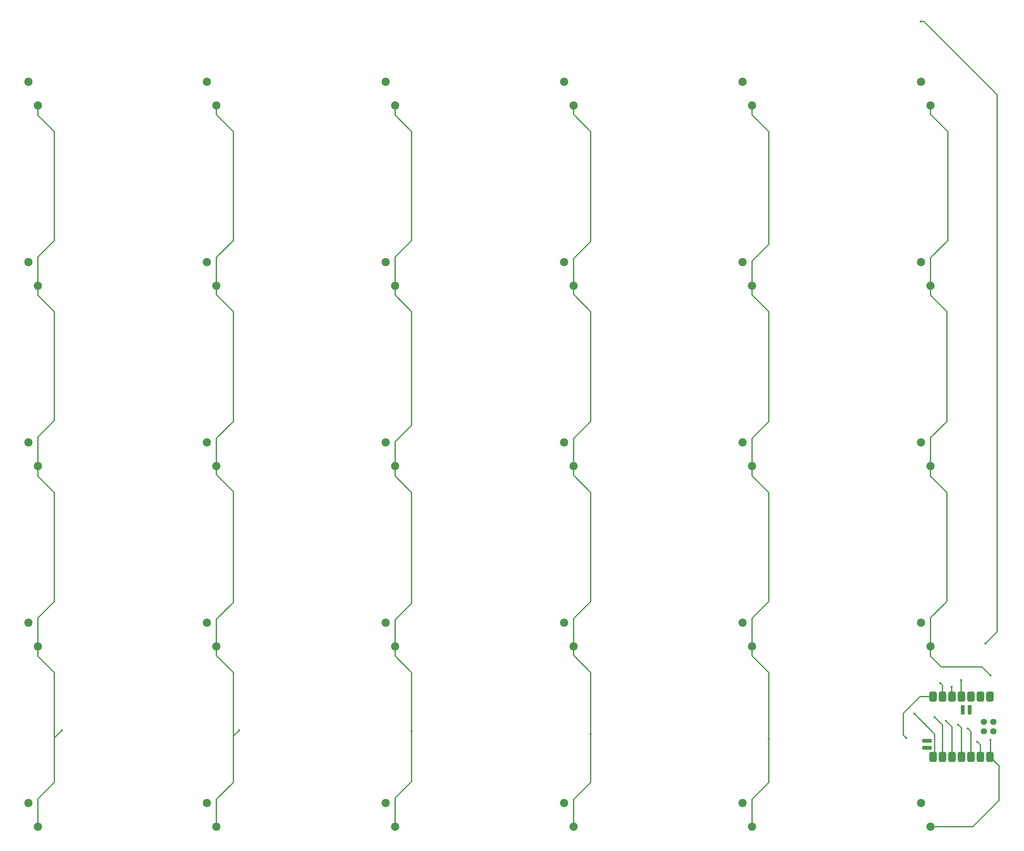
<source format=gbr>
%TF.GenerationSoftware,KiCad,Pcbnew,8.0.6*%
%TF.CreationDate,2025-03-22T17:54:38-05:00*%
%TF.ProjectId,Smartboard,536d6172-7462-46f6-9172-642e6b696361,rev?*%
%TF.SameCoordinates,Original*%
%TF.FileFunction,Copper,L2,Bot*%
%TF.FilePolarity,Positive*%
%FSLAX46Y46*%
G04 Gerber Fmt 4.6, Leading zero omitted, Abs format (unit mm)*
G04 Created by KiCad (PCBNEW 8.0.6) date 2025-03-22 17:54:38*
%MOMM*%
%LPD*%
G01*
G04 APERTURE LIST*
G04 Aperture macros list*
%AMRoundRect*
0 Rectangle with rounded corners*
0 $1 Rounding radius*
0 $2 $3 $4 $5 $6 $7 $8 $9 X,Y pos of 4 corners*
0 Add a 4 corners polygon primitive as box body*
4,1,4,$2,$3,$4,$5,$6,$7,$8,$9,$2,$3,0*
0 Add four circle primitives for the rounded corners*
1,1,$1+$1,$2,$3*
1,1,$1+$1,$4,$5*
1,1,$1+$1,$6,$7*
1,1,$1+$1,$8,$9*
0 Add four rect primitives between the rounded corners*
20,1,$1+$1,$2,$3,$4,$5,0*
20,1,$1+$1,$4,$5,$6,$7,0*
20,1,$1+$1,$6,$7,$8,$9,0*
20,1,$1+$1,$8,$9,$2,$3,0*%
G04 Aperture macros list end*
%TA.AperFunction,ComponentPad*%
%ADD10C,2.200000*%
%TD*%
%TA.AperFunction,SMDPad,CuDef*%
%ADD11RoundRect,0.500000X-0.500000X0.875000X-0.500000X-0.875000X0.500000X-0.875000X0.500000X0.875000X0*%
%TD*%
%TA.AperFunction,SMDPad,CuDef*%
%ADD12RoundRect,0.275000X0.275000X-0.975000X0.275000X0.975000X-0.275000X0.975000X-0.275000X-0.975000X0*%
%TD*%
%TA.AperFunction,SMDPad,CuDef*%
%ADD13RoundRect,0.275000X0.975000X0.275000X-0.975000X0.275000X-0.975000X-0.275000X0.975000X-0.275000X0*%
%TD*%
%TA.AperFunction,SMDPad,CuDef*%
%ADD14C,1.700000*%
%TD*%
%TA.AperFunction,ViaPad*%
%ADD15C,0.600000*%
%TD*%
%TA.AperFunction,Conductor*%
%ADD16C,0.300000*%
%TD*%
G04 APERTURE END LIST*
D10*
%TO.P,SW8,1*%
%TO.N,Net-(D8-A)*%
X125754000Y-120356000D03*
%TO.P,SW8,2*%
%TO.N,Net-(U1-PA8_A4_D4_SDA)*%
X128294000Y-126706000D03*
%TD*%
%TO.P,SW27,1*%
%TO.N,Net-(D27-A)*%
X173611000Y-265355000D03*
%TO.P,SW27,2*%
%TO.N,Net-(U1-PA11_A3_D3)*%
X176151000Y-271705000D03*
%TD*%
%TO.P,SW17,1*%
%TO.N,Net-(D17-A)*%
X269325000Y-168689000D03*
%TO.P,SW17,2*%
%TO.N,Net-(U1-PA4_A1_D1)*%
X271865000Y-175039000D03*
%TD*%
%TO.P,SW30,1*%
%TO.N,Net-(D30-A)*%
X317182000Y-265355000D03*
%TO.P,SW30,2*%
%TO.N,Net-(U1-PA02_A0_D0)*%
X319722000Y-271705000D03*
%TD*%
%TO.P,SW20,1*%
%TO.N,Net-(D20-A)*%
X125754000Y-217022000D03*
%TO.P,SW20,2*%
%TO.N,Net-(U1-PA8_A4_D4_SDA)*%
X128294000Y-223372000D03*
%TD*%
%TO.P,SW25,1*%
%TO.N,Net-(D25-A)*%
X77897000Y-265355000D03*
%TO.P,SW25,2*%
%TO.N,Net-(U1-PA9_A5_D5_SCL)*%
X80437000Y-271705000D03*
%TD*%
%TO.P,SW3,1*%
%TO.N,Net-(D3-A)*%
X173611000Y-72023000D03*
%TO.P,SW3,2*%
%TO.N,Net-(U1-PA11_A3_D3)*%
X176151000Y-78373000D03*
%TD*%
%TO.P,SW11,1*%
%TO.N,Net-(D11-A)*%
X269325000Y-120356000D03*
%TO.P,SW11,2*%
%TO.N,Net-(U1-PA4_A1_D1)*%
X271865000Y-126706000D03*
%TD*%
%TO.P,SW18,1*%
%TO.N,Net-(D18-A)*%
X317182000Y-168689000D03*
%TO.P,SW18,2*%
%TO.N,Net-(U1-PA02_A0_D0)*%
X319722000Y-175039000D03*
%TD*%
%TO.P,SW4,1*%
%TO.N,Net-(D4-A)*%
X221468000Y-72023000D03*
%TO.P,SW4,2*%
%TO.N,Net-(U1-PA10_A2_D2)*%
X224008000Y-78373000D03*
%TD*%
%TO.P,SW7,1*%
%TO.N,Net-(D7-A)*%
X77897000Y-120356000D03*
%TO.P,SW7,2*%
%TO.N,Net-(U1-PA9_A5_D5_SCL)*%
X80437000Y-126706000D03*
%TD*%
%TO.P,SW13,1*%
%TO.N,Net-(D13-A)*%
X77897000Y-168689000D03*
%TO.P,SW13,2*%
%TO.N,Net-(U1-PA9_A5_D5_SCL)*%
X80437000Y-175039000D03*
%TD*%
%TO.P,SW14,1*%
%TO.N,Net-(D14-A)*%
X125754000Y-168689000D03*
%TO.P,SW14,2*%
%TO.N,Net-(U1-PA8_A4_D4_SDA)*%
X128294000Y-175039000D03*
%TD*%
%TO.P,SW29,1*%
%TO.N,Net-(D29-A)*%
X269325000Y-265355000D03*
%TO.P,SW29,2*%
%TO.N,Net-(U1-PA4_A1_D1)*%
X271865000Y-271705000D03*
%TD*%
%TO.P,SW26,1*%
%TO.N,Net-(D26-A)*%
X125754000Y-265355000D03*
%TO.P,SW26,2*%
%TO.N,Net-(U1-PA8_A4_D4_SDA)*%
X128294000Y-271705000D03*
%TD*%
%TO.P,SW5,1*%
%TO.N,Net-(D5-A)*%
X269325000Y-72023000D03*
%TO.P,SW5,2*%
%TO.N,Net-(U1-PA4_A1_D1)*%
X271865000Y-78373000D03*
%TD*%
%TO.P,SW12,1*%
%TO.N,Net-(D12-A)*%
X317182000Y-120356000D03*
%TO.P,SW12,2*%
%TO.N,Net-(U1-PA02_A0_D0)*%
X319722000Y-126706000D03*
%TD*%
%TO.P,SW22,1*%
%TO.N,Net-(D22-A)*%
X221468000Y-217022000D03*
%TO.P,SW22,2*%
%TO.N,Net-(U1-PA10_A2_D2)*%
X224008000Y-223372000D03*
%TD*%
%TO.P,SW24,1*%
%TO.N,Net-(D24-A)*%
X317182000Y-217022000D03*
%TO.P,SW24,2*%
%TO.N,Net-(U1-PA02_A0_D0)*%
X319722000Y-223372000D03*
%TD*%
%TO.P,SW6,1*%
%TO.N,Net-(D6-A)*%
X317182000Y-72023000D03*
%TO.P,SW6,2*%
%TO.N,Net-(U1-PA02_A0_D0)*%
X319722000Y-78373000D03*
%TD*%
%TO.P,SW1,1*%
%TO.N,Net-(D1-A)*%
X77897000Y-72023000D03*
%TO.P,SW1,2*%
%TO.N,Net-(U1-PA9_A5_D5_SCL)*%
X80437000Y-78373000D03*
%TD*%
%TO.P,SW19,1*%
%TO.N,Net-(D19-A)*%
X77897000Y-217022000D03*
%TO.P,SW19,2*%
%TO.N,Net-(U1-PA9_A5_D5_SCL)*%
X80437000Y-223372000D03*
%TD*%
%TO.P,SW2,1*%
%TO.N,Net-(D2-A)*%
X125754000Y-72023000D03*
%TO.P,SW2,2*%
%TO.N,Net-(U1-PA8_A4_D4_SDA)*%
X128294000Y-78373000D03*
%TD*%
%TO.P,SW21,1*%
%TO.N,Net-(D21-A)*%
X173611000Y-217022000D03*
%TO.P,SW21,2*%
%TO.N,Net-(U1-PA11_A3_D3)*%
X176151000Y-223372000D03*
%TD*%
%TO.P,SW28,1*%
%TO.N,Net-(D28-A)*%
X221468000Y-265355000D03*
%TO.P,SW28,2*%
%TO.N,Net-(U1-PA10_A2_D2)*%
X224008000Y-271705000D03*
%TD*%
%TO.P,SW9,1*%
%TO.N,Net-(D9-A)*%
X173611000Y-120356000D03*
%TO.P,SW9,2*%
%TO.N,Net-(U1-PA11_A3_D3)*%
X176151000Y-126706000D03*
%TD*%
%TO.P,SW15,1*%
%TO.N,Net-(D15-A)*%
X173611000Y-168689000D03*
%TO.P,SW15,2*%
%TO.N,Net-(U1-PA11_A3_D3)*%
X176151000Y-175039000D03*
%TD*%
%TO.P,SW10,1*%
%TO.N,Net-(D10-A)*%
X221468000Y-120356000D03*
%TO.P,SW10,2*%
%TO.N,Net-(U1-PA10_A2_D2)*%
X224008000Y-126706000D03*
%TD*%
%TO.P,SW23,1*%
%TO.N,Net-(D23-A)*%
X269325000Y-217022000D03*
%TO.P,SW23,2*%
%TO.N,Net-(U1-PA4_A1_D1)*%
X271865000Y-223372000D03*
%TD*%
%TO.P,SW16,1*%
%TO.N,Net-(D16-A)*%
X221468000Y-168689000D03*
%TO.P,SW16,2*%
%TO.N,Net-(U1-PA10_A2_D2)*%
X224008000Y-175039000D03*
%TD*%
D11*
%TO.P,U1,1,5V*%
%TO.N,Net-(U1-PA02_A0_D0)*%
X335626900Y-252966000D03*
%TO.P,U1,2,GND*%
%TO.N,Net-(U1-PA4_A1_D1)*%
X333086900Y-252966000D03*
%TO.P,U1,3,3V3*%
%TO.N,Net-(U1-PA10_A2_D2)*%
X330546900Y-252966000D03*
%TO.P,U1,4,PA6_A10_D10_MOSI*%
%TO.N,Net-(U1-PA11_A3_D3)*%
X328006900Y-252966000D03*
%TO.P,U1,5,PA5_A9_D9_MISO*%
%TO.N,Net-(U1-PA8_A4_D4_SDA)*%
X325466900Y-252966000D03*
%TO.P,U1,6,PA7_A8_D8_SCK*%
%TO.N,Net-(U1-PA9_A5_D5_SCL)*%
X322926900Y-252966000D03*
%TO.P,U1,7,PB09_A7_D7_RX*%
%TO.N,Net-(D19-K)*%
X320386900Y-252966000D03*
%TO.P,U1,8,PB08_A6_D6_TX*%
%TO.N,Net-(D25-K)*%
X320386900Y-236801000D03*
%TO.P,U1,9,PA9_A5_D5_SCL*%
%TO.N,Net-(D13-K)*%
X322926900Y-236801000D03*
%TO.P,U1,10,PA8_A4_D4_SDA*%
%TO.N,Net-(D10-K)*%
X325466900Y-236801000D03*
%TO.P,U1,11,PA11_A3_D3*%
%TO.N,Net-(D1-K)*%
X328006900Y-236801000D03*
%TO.P,U1,12,PA10_A2_D2*%
%TO.N,unconnected-(U1-3V3-Pad12)*%
X330546900Y-236801000D03*
%TO.P,U1,13,PA4_A1_D1*%
%TO.N,unconnected-(U1-GND-Pad13)*%
X333086900Y-236801000D03*
%TO.P,U1,14,PA02_A0_D0*%
%TO.N,unconnected-(U1-5V-Pad14)*%
X335626900Y-236801000D03*
D12*
%TO.P,U1,15,BAT*%
%TO.N,unconnected-(U1-BAT-Pad15)*%
X328320400Y-240411000D03*
%TO.P,U1,16,GND*%
%TO.N,unconnected-(U1-GND-Pad16)*%
X330225400Y-240411000D03*
D13*
%TO.P,U1,17,SWDIO*%
%TO.N,unconnected-(U1-SWDIO-Pad17)*%
X318770000Y-248666000D03*
%TO.P,U1,18,SWDCLK*%
%TO.N,unconnected-(U1-SWDCLK-Pad18)*%
X318770000Y-250571000D03*
D14*
%TO.P,U1,19,RST*%
%TO.N,unconnected-(U1-RST-Pad19)*%
X336575400Y-243586000D03*
%TO.P,U1,20,GND*%
%TO.N,unconnected-(U1-GND-Pad20)*%
X336575400Y-246126000D03*
%TO.P,U1,21*%
%TO.N,N/C*%
X334035400Y-243586000D03*
%TO.P,U1,22*%
X334035400Y-246126000D03*
%TD*%
D15*
%TO.N,Net-(D1-K)*%
X317089000Y-55783000D03*
X327914000Y-232410000D03*
X334391000Y-222631000D03*
%TO.N,Net-(D10-K)*%
X325374000Y-234188000D03*
%TO.N,Net-(D13-K)*%
X322326000Y-233172000D03*
%TO.N,Net-(D19-K)*%
X315341000Y-241427000D03*
%TO.N,Net-(D25-K)*%
X313189500Y-247896500D03*
%TO.N,Net-(U1-PA9_A5_D5_SCL)*%
X320802000Y-242316000D03*
X86868000Y-245872000D03*
%TO.N,Net-(U1-PA8_A4_D4_SDA)*%
X323850000Y-243332000D03*
X134366000Y-245872000D03*
%TO.N,Net-(U1-PA11_A3_D3)*%
X180594000Y-246126000D03*
X327152000Y-244348000D03*
%TO.N,Net-(U1-PA10_A2_D2)*%
X329692000Y-245364000D03*
X228600000Y-246888000D03*
%TO.N,Net-(U1-PA4_A1_D1)*%
X276352000Y-248158000D03*
X332232000Y-248920000D03*
%TO.N,Net-(U1-PA02_A0_D0)*%
X335788000Y-231140000D03*
X335788000Y-248412000D03*
%TD*%
D16*
%TO.N,Net-(D1-K)*%
X327914000Y-232410000D02*
X327914000Y-236708100D01*
X328006900Y-236801000D02*
X328006900Y-237651100D01*
X327914000Y-236708100D02*
X328006900Y-236801000D01*
X337566000Y-75438000D02*
X317911000Y-55783000D01*
X317911000Y-55783000D02*
X317089000Y-55783000D01*
X334391000Y-222631000D02*
X337566000Y-219456000D01*
X337566000Y-219456000D02*
X337566000Y-75438000D01*
%TO.N,Net-(D10-K)*%
X325374000Y-234188000D02*
X325374000Y-236708100D01*
X325374000Y-236708100D02*
X325466900Y-236801000D01*
%TO.N,Net-(D13-K)*%
X322926900Y-233772900D02*
X322326000Y-233172000D01*
X322926900Y-236801000D02*
X322926900Y-233772900D01*
%TO.N,Net-(D19-K)*%
X320802000Y-246888000D02*
X320802000Y-251714000D01*
X315341000Y-241427000D02*
X320802000Y-246888000D01*
X320386900Y-252129100D02*
X320386900Y-252966000D01*
X320802000Y-251714000D02*
X320386900Y-252129100D01*
%TO.N,Net-(D25-K)*%
X312420000Y-247127000D02*
X312420000Y-241300000D01*
X313189500Y-247896500D02*
X312420000Y-247127000D01*
X316919000Y-236801000D02*
X320386900Y-236801000D01*
X312420000Y-241300000D02*
X316919000Y-236801000D01*
%TO.N,Net-(U1-PA9_A5_D5_SCL)*%
X84836000Y-182118000D02*
X84836000Y-211328000D01*
X84836000Y-114554000D02*
X80437000Y-118953000D01*
X80437000Y-126706000D02*
X80437000Y-129205000D01*
X84836000Y-211328000D02*
X80437000Y-215727000D01*
X80437000Y-78373000D02*
X80437000Y-80945000D01*
X80437000Y-118953000D02*
X80437000Y-126706000D01*
X80437000Y-215727000D02*
X80437000Y-223372000D01*
X84836000Y-85344000D02*
X84836000Y-114554000D01*
X84836000Y-162814000D02*
X80437000Y-167213000D01*
X80437000Y-177719000D02*
X84836000Y-182118000D01*
X80437000Y-175039000D02*
X80437000Y-177719000D01*
X84836000Y-133604000D02*
X84836000Y-162814000D01*
X86868000Y-245872000D02*
X85090000Y-247650000D01*
X322926900Y-252966000D02*
X322926900Y-244440900D01*
X80437000Y-167213000D02*
X80437000Y-175039000D01*
X80437000Y-80945000D02*
X84836000Y-85344000D01*
X322926900Y-244440900D02*
X320802000Y-242316000D01*
X80437000Y-264241000D02*
X80437000Y-271705000D01*
X84836000Y-230378000D02*
X84836000Y-247650000D01*
X84836000Y-247650000D02*
X84836000Y-259842000D01*
X80437000Y-129205000D02*
X84836000Y-133604000D01*
X85090000Y-247650000D02*
X84836000Y-247650000D01*
X80437000Y-223372000D02*
X80437000Y-225979000D01*
X84836000Y-259842000D02*
X80437000Y-264241000D01*
X80437000Y-225979000D02*
X84836000Y-230378000D01*
%TO.N,Net-(U1-PA8_A4_D4_SDA)*%
X128294000Y-167616000D02*
X128294000Y-175039000D01*
X132842000Y-211582000D02*
X128294000Y-216130000D01*
X132842000Y-247396000D02*
X132842000Y-259842000D01*
X128294000Y-177316000D02*
X132842000Y-181864000D01*
X128294000Y-225830000D02*
X132842000Y-230378000D01*
X128294000Y-80796000D02*
X132842000Y-85344000D01*
X128294000Y-78373000D02*
X128294000Y-80796000D01*
X325628000Y-252804900D02*
X325466900Y-252966000D01*
X325466900Y-244948900D02*
X323850000Y-243332000D01*
X132842000Y-85344000D02*
X132842000Y-114554000D01*
X128294000Y-175039000D02*
X128294000Y-177316000D01*
X132842000Y-181864000D02*
X132842000Y-211582000D01*
X128294000Y-216130000D02*
X128294000Y-223372000D01*
X128294000Y-119102000D02*
X128294000Y-126706000D01*
X132842000Y-259842000D02*
X128294000Y-264390000D01*
X325466900Y-252966000D02*
X325466900Y-244948900D01*
X134366000Y-245872000D02*
X132842000Y-247396000D01*
X132842000Y-230378000D02*
X132842000Y-247396000D01*
X128294000Y-264390000D02*
X128294000Y-271705000D01*
X128294000Y-129056000D02*
X132842000Y-133604000D01*
X128294000Y-223372000D02*
X128294000Y-225830000D01*
X132842000Y-114554000D02*
X128294000Y-119102000D01*
X132842000Y-133604000D02*
X132842000Y-163068000D01*
X132842000Y-163068000D02*
X128294000Y-167616000D01*
X128294000Y-126706000D02*
X128294000Y-129056000D01*
%TO.N,Net-(U1-PA11_A3_D3)*%
X176151000Y-225935000D02*
X180594000Y-230378000D01*
X176151000Y-126706000D02*
X176151000Y-129161000D01*
X176151000Y-264031000D02*
X176151000Y-271705000D01*
X180594000Y-114554000D02*
X176151000Y-118997000D01*
X180594000Y-85344000D02*
X180594000Y-114554000D01*
X180594000Y-182118000D02*
X180594000Y-211836000D01*
X328006900Y-252966000D02*
X328006900Y-245202900D01*
X180594000Y-230378000D02*
X180594000Y-246126000D01*
X176151000Y-129161000D02*
X180594000Y-133604000D01*
X180594000Y-246126000D02*
X180594000Y-259588000D01*
X176151000Y-118997000D02*
X176151000Y-126706000D01*
X180594000Y-211836000D02*
X176151000Y-216279000D01*
X180594000Y-133604000D02*
X180594000Y-164084000D01*
X176151000Y-216279000D02*
X176151000Y-223372000D01*
X176151000Y-175039000D02*
X176151000Y-177675000D01*
X328006900Y-245202900D02*
X327152000Y-244348000D01*
X180594000Y-164084000D02*
X176151000Y-168527000D01*
X176151000Y-80901000D02*
X180594000Y-85344000D01*
X176151000Y-223372000D02*
X176151000Y-225935000D01*
X176151000Y-177675000D02*
X180594000Y-182118000D01*
X180594000Y-259588000D02*
X176151000Y-264031000D01*
X176151000Y-168527000D02*
X176151000Y-175039000D01*
X176151000Y-78373000D02*
X176151000Y-80901000D01*
%TO.N,Net-(U1-PA10_A2_D2)*%
X224008000Y-225786000D02*
X228600000Y-230378000D01*
X228600000Y-230378000D02*
X228600000Y-246888000D01*
X228600000Y-133604000D02*
X228600000Y-163068000D01*
X330546900Y-246218900D02*
X329692000Y-245364000D01*
X224008000Y-78373000D02*
X224008000Y-80752000D01*
X224008000Y-80752000D02*
X228600000Y-85344000D01*
X228600000Y-114808000D02*
X224008000Y-119400000D01*
X224008000Y-223372000D02*
X224008000Y-225786000D01*
X224008000Y-167660000D02*
X224008000Y-175039000D01*
X224008000Y-215920000D02*
X224008000Y-223372000D01*
X228600000Y-259842000D02*
X224008000Y-264434000D01*
X224008000Y-129012000D02*
X228600000Y-133604000D01*
X228600000Y-246888000D02*
X228600000Y-259842000D01*
X224008000Y-177526000D02*
X228600000Y-182118000D01*
X224008000Y-175039000D02*
X224008000Y-177526000D01*
X228600000Y-85344000D02*
X228600000Y-114808000D01*
X228600000Y-163068000D02*
X224008000Y-167660000D01*
X330546900Y-252966000D02*
X330546900Y-246218900D01*
X224008000Y-126706000D02*
X224008000Y-129012000D01*
X228600000Y-211328000D02*
X224008000Y-215920000D01*
X224008000Y-119400000D02*
X224008000Y-126706000D01*
X224008000Y-264434000D02*
X224008000Y-271705000D01*
X228600000Y-182118000D02*
X228600000Y-211328000D01*
%TO.N,Net-(U1-PA4_A1_D1)*%
X276352000Y-115570000D02*
X271865000Y-120057000D01*
X271865000Y-80857000D02*
X276352000Y-85344000D01*
X333086900Y-249774900D02*
X332232000Y-248920000D01*
X271865000Y-167555000D02*
X271865000Y-175039000D01*
X276352000Y-211328000D02*
X271865000Y-215815000D01*
X271865000Y-223372000D02*
X271865000Y-225891000D01*
X271865000Y-126706000D02*
X271865000Y-129117000D01*
X276352000Y-248158000D02*
X276352000Y-259842000D01*
X271865000Y-129117000D02*
X276352000Y-133604000D01*
X271865000Y-175039000D02*
X271865000Y-177631000D01*
X276352000Y-133604000D02*
X276352000Y-163068000D01*
X276352000Y-230378000D02*
X276352000Y-248158000D01*
X276352000Y-259842000D02*
X271865000Y-264329000D01*
X276352000Y-85344000D02*
X276352000Y-115570000D01*
X271865000Y-177631000D02*
X276352000Y-182118000D01*
X271865000Y-215815000D02*
X271865000Y-223372000D01*
X276352000Y-182118000D02*
X276352000Y-211328000D01*
X271865000Y-264329000D02*
X271865000Y-271705000D01*
X333086900Y-252966000D02*
X333086900Y-249774900D01*
X271865000Y-225891000D02*
X276352000Y-230378000D01*
X271865000Y-78373000D02*
X271865000Y-80857000D01*
X271865000Y-120057000D02*
X271865000Y-126706000D01*
X276352000Y-163068000D02*
X271865000Y-167555000D01*
%TO.N,Net-(U1-PA02_A0_D0)*%
X324358000Y-85344000D02*
X324358000Y-114554000D01*
X319722000Y-129222000D02*
X324104000Y-133604000D01*
X335626900Y-252966000D02*
X335626900Y-254092900D01*
X331037000Y-271705000D02*
X319722000Y-271705000D01*
X335788000Y-252804900D02*
X335626900Y-252966000D01*
X319722000Y-119190000D02*
X319722000Y-126706000D01*
X319722000Y-215710000D02*
X319722000Y-223372000D01*
X319722000Y-177736000D02*
X324104000Y-182118000D01*
X324104000Y-211328000D02*
X319722000Y-215710000D01*
X319722000Y-80708000D02*
X324358000Y-85344000D01*
X319722000Y-126706000D02*
X319722000Y-129222000D01*
X324104000Y-182118000D02*
X324104000Y-211328000D01*
X338074000Y-264668000D02*
X331037000Y-271705000D01*
X319722000Y-225996000D02*
X319722000Y-223372000D01*
X324358000Y-114554000D02*
X319722000Y-119190000D01*
X322580000Y-228854000D02*
X319722000Y-225996000D01*
X333502000Y-228854000D02*
X322580000Y-228854000D01*
X319722000Y-78373000D02*
X319722000Y-80708000D01*
X319722000Y-167450000D02*
X319722000Y-175039000D01*
X335788000Y-231140000D02*
X333502000Y-228854000D01*
X335788000Y-248412000D02*
X335788000Y-252804900D01*
X335626900Y-252966000D02*
X338074000Y-255413100D01*
X319722000Y-175039000D02*
X319722000Y-177736000D01*
X338074000Y-255413100D02*
X338074000Y-264668000D01*
X324104000Y-133604000D02*
X324104000Y-163068000D01*
X324104000Y-163068000D02*
X319722000Y-167450000D01*
%TO.N,unconnected-(U1-5V-Pad14)*%
X335026000Y-236819000D02*
X335788000Y-236057000D01*
%TO.N,unconnected-(U1-3V3-Pad12)*%
X329946000Y-237744000D02*
X329946000Y-236819000D01*
%TD*%
M02*

</source>
